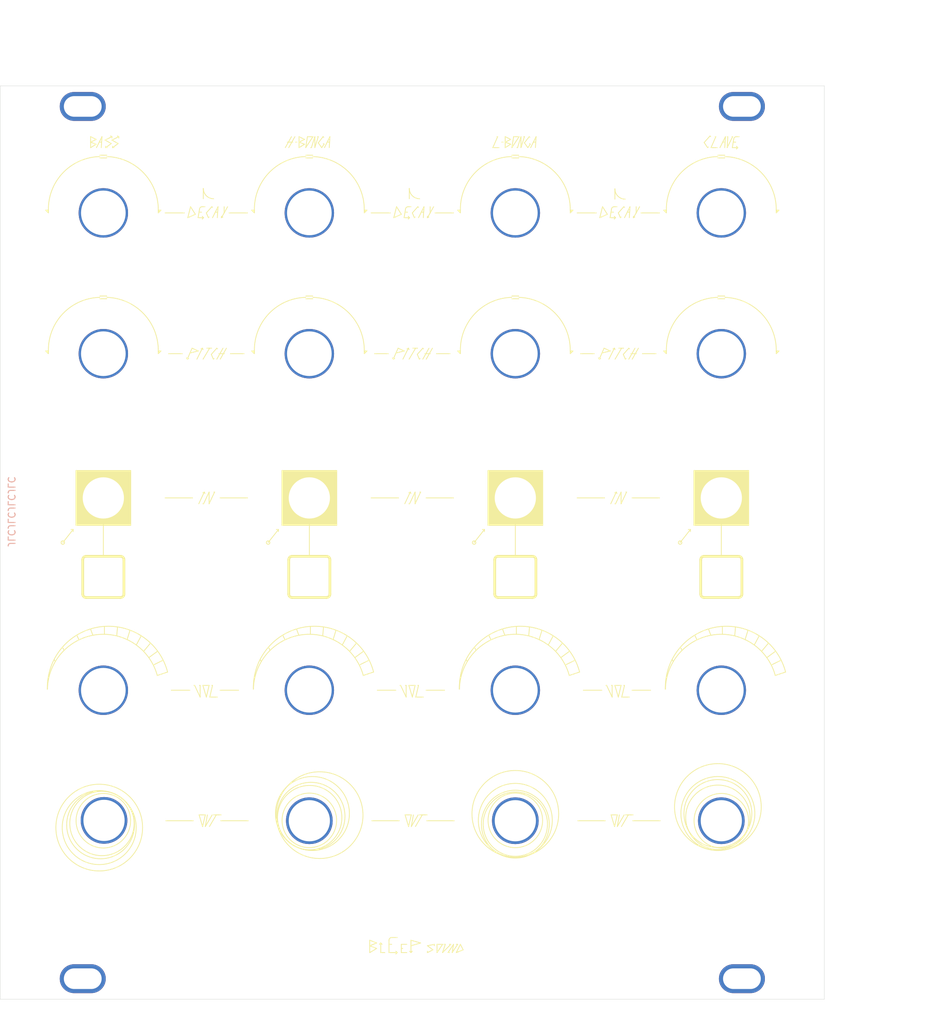
<source format=kicad_pcb>
(kicad_pcb (version 20211014) (generator pcbnew)
  (layers (0 "F.Cu" signal) (31 "B.Cu" signal) (34 "B.Paste" user) (35 "F.Paste" user) (36 "B.SilkS" user "B.Silkscreen") (37 "F.SilkS" user "F.Silkscreen") (38 "B.Mask" user) (39 "F.Mask" user) (44 "Edge.Cuts" user))
  (net 0 "")
  (footprint "" (layer "F.Cu") (at 97.1 156.2)
    (fp_text reference "" (at 0 0) (layer "F.SilkS") (effects (font (size 1.27 1.27))))
    (fp_text value "" (at 0 0) (layer "F.SilkS") (effects (font (size 1.27 1.27))))
    (pad "1" thru_hole oval locked (at 0 0) (size 6.7 4.2) (drill oval 5.5 3) (layers *.Cu *.Mask))
  )
  (footprint "Synth:Doepfer Mounting hole" (layer "F.Cu") (at 193.1 29.2)
    (fp_text reference "REF**" hide)
    (fp_text value "Doepfer Mounting hole")
    (pad "1" thru_hole oval locked (at 0 0) (size 6.7 4.2) (drill oval 5.5 3) (layers *.Cu *.Mask))
  )
  (footprint "Synth:Doepfer Mounting hole" (layer "F.Cu") (at 97.1 29.2)
    (fp_text reference "REF**" hide)
    (fp_text value "Doepfer Mounting hole")
    (pad "1" thru_hole oval locked (at 0 0) (size 6.7 4.2) (drill oval 5.5 3) (layers *.Cu *.Mask))
  )
  (footprint "" (layer "F.Cu") (at 193.1 156.2)
    (fp_text reference "" (at 0 0) (layer "F.SilkS") (effects (font (size 1.27 1.27))))
    (fp_text value "" (at 0 0) (layer "F.SilkS") (effects (font (size 1.27 1.27))))
    (pad "1" thru_hole oval locked (at 0 0) (size 6.7 4.2) (drill oval 5.5 3) (layers *.Cu *.Mask))
  )
  (gr_line (start 130.1 89.45) (end 130.1 94.7) (layer "F.SilkS") (width 0.12))
  (gr_line (start 100.1 89.45) (end 100.1 94.7) (layer "F.SilkS") (width 0.12))
  (gr_poly (pts (xy 126.1 82.2) (xy 134.1 82.2) (xy 134.1 90.2) (xy 126.1 90.2)) (layer "F.SilkS") (width 0.1) (fill solid))
  (gr_circle (center 99.9 133.6) (end 102.9 137.2) (layer "F.SilkS") (width 0.12) (fill none))
  (gr_circle (center 100.1 133.2) (end 102.7 136.2) (layer "F.SilkS") (width 0.12) (fill none))
  (gr_circle (center 99.5 134.2) (end 101.5 139.2) (layer "F.SilkS") (width 0.12) (fill none))
  (gr_circle (center 99.7 133.8) (end 101.5 138.4) (layer "F.SilkS") (width 0.12) (fill none))
  (gr_circle (center 130.55 132.15) (end 128.55 127.15) (layer "F.SilkS") (width 0.12) (fill none))
  (gr_circle (center 130.35 132.55) (end 128.55 127.95) (layer "F.SilkS") (width 0.12) (fill none))
  (gr_circle (center 130.15 132.75) (end 127.15 129.15) (layer "F.SilkS") (width 0.12) (fill none))
  (gr_circle (center 130.1 133.15) (end 127.5 130.15) (layer "F.SilkS") (width 0.12) (fill none))
  (gr_circle (center 124.1 92.7) (end 124.1 92.45) (layer "F.SilkS") (width 0.12) (fill none))
  (gr_line (start 124.1 92.7) (end 125.6 90.8) (layer "F.SilkS") (width 0.12))
  (gr_line (start 125.6 90.8) (end 125.3 90.8) (layer "F.SilkS") (width 0.12))
  (gr_line (start 125.6 90.8) (end 125.6 91.1) (layer "F.SilkS") (width 0.12))
  (gr_line (start 141.7 152.4) (end 142.9 152.4) (layer "F.SilkS") (width 0.12))
  (gr_line (start 158.625 35.2) (end 159.425 34.7) (layer "F.SilkS") (width 0.12))
  (gr_line (start 197.396174 110.519395) (end 198.756174 109.849395) (layer "F.SilkS") (width 0.12))
  (gr_line (start 127.6 94.7) (end 132.6 94.7) (layer "F.SilkS") (width 0.4))
  (gr_line (start 98.556174 106.149395) (end 98.256174 105.349395) (layer "F.SilkS") (width 0.12))
  (gr_line (start 117.3 45.4) (end 117.5 45.3) (layer "F.SilkS") (width 0.12))
  (gr_line (start 135.956174 108.549395) (end 136.956174 107.349395) (layer "F.SilkS") (width 0.12))
  (gr_poly (pts (xy 121.7 64.8) (xy 122.1 64.8) (xy 122.1 65.2)) (layer "F.SilkS") (width 0.12) (fill solid))
  (gr_line (start 146 113.5) (end 145.9 113.5) (layer "F.SilkS") (width 0.12))
  (gr_line (start 159.425 34) (end 158.625 33.6) (layer "F.SilkS") (width 0.12))
  (gr_poly (pts (xy 168.1 44.7) (xy 168.1 44.3) (xy 168.5 44.3)) (layer "F.SilkS") (width 0.12) (fill solid))
  (gr_line (start 128.6 34.4) (end 129.4 34) (layer "F.SilkS") (width 0.12))
  (gr_arc (start 100.6 57) (mid 105.950137 59.361407) (end 108.1 64.8) (layer "F.SilkS") (width 0.12))
  (gr_line (start 116 113.5) (end 115.9 113.5) (layer "F.SilkS") (width 0.12))
  (gr_line (start 144.8 85.35) (end 144.9 85.55) (layer "F.SilkS") (width 0.12))
  (gr_arc (start 187.1 95.2) (mid 187.246447 94.846447) (end 187.6 94.7) (layer "F.SilkS") (width 0.4))
  (gr_arc (start 181.956174 114.049395) (mid 189.08971 106.11768) (end 197.956174 112.049395) (layer "F.SilkS") (width 0.12))
  (gr_line (start 159.6 56.8) (end 160.6 56.8) (layer "F.SilkS") (width 0.12))
  (gr_circle (center 189.6 132.15) (end 187.8 127.55) (layer "F.SilkS") (width 0.12) (fill none))
  (gr_line (start 100.45 35.2) (end 100.65 35.2) (layer "F.SilkS") (width 0.12))
  (gr_line (start 162.125 33.6) (end 162.225 33.7) (layer "F.SilkS") (width 0.12))
  (gr_line (start 177.1 86.2) (end 181.1 86.2) (layer "F.SilkS") (width 0.12))
  (gr_line (start 176.125 66) (end 176.225 65.9) (layer "F.SilkS") (width 0.12))
  (gr_line (start 160.256174 106.049395) (end 160.256174 104.949395) (layer "F.SilkS") (width 0.12))
  (gr_line (start 144.5 43.8) (end 144.9 43.8) (layer "F.SilkS") (width 0.12))
  (gr_line (start 174.8 85.35) (end 174.6 85.45) (layer "F.SilkS") (width 0.12))
  (gr_line (start 147.3 152.4) (end 147.3 152.2) (layer "F.SilkS") (width 0.12))
  (gr_line (start 160.65 33.6) (end 159.6 35.2) (layer "F.SilkS") (width 0.12))
  (gr_line (start 154.156174 107.949395) (end 154.356174 108.349395) (layer "F.SilkS") (width 0.12))
  (gr_line (start 114.95 134.05) (end 115.95 132.35) (layer "F.SilkS") (width 0.12))
  (gr_line (start 114.66066 42.63934) (end 114.66066 41.13934) (layer "F.SilkS") (width 0.12))
  (gr_line (start 184.156174 107.949395) (end 184.356174 108.349395) (layer "F.SilkS") (width 0.12))
  (gr_line (start 116.925 65.2) (end 117.725 65.2) (layer "F.SilkS") (width 0.12))
  (gr_line (start 172.525 65.9) (end 172.325 66) (layer "F.SilkS") (width 0.12))
  (gr_poly (pts (xy 108.1 65.2) (xy 108.1 64.8) (xy 108.5 64.8)) (layer "F.SilkS") (width 0.12) (fill solid))
  (gr_line (start 172.7 114.2) (end 170 114.2) (layer "F.SilkS") (width 0.12))
  (gr_line (start 152.956174 109.749395) (end 153.056174 109.949395) (layer "F.SilkS") (width 0.12))
  (gr_line (start 162.125 33.6) (end 161.425 34.5) (layer "F.SilkS") (width 0.12))
  (gr_arc (start 152.1 44.3) (mid 154.234567 38.846699) (end 159.6 36.5) (layer "F.SilkS") (width 0.12))
  (gr_line (start 169.456174 111.549395) (end 167.956174 112.049395) (layer "F.SilkS") (width 0.12))
  (gr_line (start 174.7 45.4) (end 174.5 45.6) (layer "F.SilkS") (width 0.12))
  (gr_line (start 144.1 44.6) (end 144.4 44.6) (layer "F.SilkS") (width 0.12))
  (gr_line (start 128.6 33.6) (end 128.6 35.2) (layer "F.SilkS") (width 0.12))
  (gr_line (start 175.5 113.5) (end 175.1 115.2) (layer "F.SilkS") (width 0.12))
  (gr_line (start 143.025 64.4) (end 142.325 66) (layer "F.SilkS") (width 0.12))
  (gr_line (start 115.5 85.35) (end 115.5 87.05) (layer "F.SilkS") (width 0.12))
  (gr_arc (start 97.1 95.2) (mid 97.246447 94.846447) (end 97.6 94.7) (layer "F.SilkS") (width 0.4))
  (gr_arc (start 162.6 94.7) (mid 162.953553 94.846447) (end 163.1 95.2) (layer "F.SilkS") (width 0.4))
  (gr_line (start 174 87.05) (end 174.8 85.35) (layer "F.SilkS") (width 0.12))
  (gr_line (start 163.1 95.2) (end 163.1 100.2) (layer "F.SilkS") (width 0.4))
  (gr_line (start 188.1 35.2) (end 188.2 35.1) (layer "F.SilkS") (width 0.12))
  (gr_line (start 114.8 85.35) (end 114.6 85.45) (layer "F.SilkS") (width 0.12))
  (gr_line (start 174.6 113.5) (end 175.5 113.5) (layer "F.SilkS") (width 0.12))
  (gr_line (start 116.3 85.35) (end 116.2 85.35) (layer "F.SilkS") (width 0.12))
  (gr_line (start 158.125 34.4) (end 158.325 34.4) (layer "F.SilkS") (width 0.12))
  (gr_line (start 145.825 65.3) (end 146.125 66) (layer "F.SilkS") (width 0.12))
  (gr_arc (start 191.9 34) (mid 192.017157 33.717157) (end 192.3 33.6) (layer "F.SilkS") (width 0.12))
  (gr_line (start 176 113.5) (end 175.6 115.2) (layer "F.SilkS") (width 0.12))
  (gr_line (start 189.6 57.2) (end 190.6 57.2) (layer "F.SilkS") (width 0.12))
  (gr_line (start 130.9 33.6) (end 130.4 35.2) (layer "F.SilkS") (width 0.12))
  (gr_line (start 163.025 34.4) (end 162.725 34.4) (layer "F.SilkS") (width 0.12))
  (gr_line (start 140.5 151) (end 140.3 151.2) (layer "F.SilkS") (width 0.12))
  (gr_line (start 190.7 33.6) (end 190.6 35.2) (layer "F.SilkS") (width 0.12))
  (gr_arc (start 176.1 42.7) (mid 175.03934 42.26066) (end 174.6 41.2) (layer "F.SilkS") (width 0.12))
  (gr_line (start 130.625 33.6) (end 129.575 35.2) (layer "F.SilkS") (width 0.12))
  (gr_line (start 158.556174 106.149395) (end 158.256174 105.349395) (layer "F.SilkS") (width 0.12))
  (gr_line (start 144.525 64.4) (end 144.325 64.5) (layer "F.SilkS") (width 0.12))
  (gr_line (start 146.625 64.4) (end 145.825 65.3) (layer "F.SilkS") (width 0.12))
  (gr_line (start 116.625 64.4) (end 115.825 65.3) (layer "F.SilkS") (width 0.12))
  (gr_line (start 114.525 64.4) (end 114.325 64.5) (layer "F.SilkS") (width 0.12))
  (gr_line (start 147.1 86.2) (end 151.1 86.2) (layer "F.SilkS") (width 0.12))
  (gr_poly (pts (xy 181.7 44.3) (xy 182.1 44.3) (xy 182.1 44.7)) (layer "F.SilkS") (width 0.12) (fill solid))
  (gr_poly (pts (xy 151.7 64.8) (xy 152.1 64.8) (xy 152.1 65.2)) (layer "F.SilkS") (width 0.12) (fill solid))
  (gr_line (start 176.625 64.4) (end 176.725 64.5) (layer "F.SilkS") (width 0.12))
  (gr_line (start 176.85 132.35) (end 177.25 132.35) (layer "F.SilkS") (width 0.12))
  (gr_line (start 175.4 45.4) (end 175.5 45.3) (layer "F.SilkS") (width 0.12))
  (gr_circle (center 160.1 133.15) (end 158.1 128.15) (layer "F.SilkS") (width 0.12) (fill none))
  (gr_line (start 157.6 94.7) (end 162.6 94.7) (layer "F.SilkS") (width 0.4))
  (gr_line (start 130.4 35.2) (end 130.3 35.2) (layer "F.SilkS") (width 0.12))
  (gr_line (start 199.456174 111.549395) (end 197.956174 112.049395) (layer "F.SilkS") (width 0.12))
  (gr_poly (pts (xy 91.7 44.3) (xy 92.1 44.3) (xy 92.1 44.7)) (layer "F.SilkS") (width 0.12) (fill solid))
  (gr_line (start 113.1 86.2) (end 109.1 86.2) (layer "F.SilkS") (width 0.12))
  (gr_line (start 178.6 65.2) (end 180.6 65.2) (layer "F.SilkS") (width 0.12))
  (gr_line (start 140.5 152.4) (end 141.1 152.4) (layer "F.SilkS") (width 0.12))
  (gr_line (start 173.4 113.5) (end 174.2 115.2) (layer "F.SilkS") (width 0.12))
  (gr_line (start 116.8 43.8) (end 116 45.4) (layer "F.SilkS") (width 0.12))
  (gr_line (start 143.5 44.9) (end 142.8 43.8) (layer "F.SilkS") (width 0.12))
  (gr_arc (start 182.1 44.3) (mid 184.234567 38.846699) (end 189.6 36.5) (layer "F.SilkS") (width 0.12))
  (gr_line (start 137.396174 110.519395) (end 138.756174 109.849395) (layer "F.SilkS") (width 0.12))
  (gr_line (start 186.556174 106.849395) (end 186.256174 106.249395) (layer "F.SilkS") (width 0.12))
  (gr_line (start 172.8 43.8) (end 172.4 45.4) (layer "F.SilkS") (width 0.12))
  (gr_line (start 166.726174 109.449395) (end 167.956174 108.549395) (layer "F.SilkS") (width 0.12))
  (gr_line (start 138.9 151.4) (end 139.9 151) (layer "F.SilkS") (width 0.12))
  (gr_line (start 147.2 133.2) (end 151.2 133.2) (layer "F.SilkS") (width 0.12))
  (gr_line (start 194.906174 107.599395) (end 195.606174 106.299395) (layer "F.SilkS") (width 0.12))
  (gr_line (start 187.6 94.7) (end 192.6 94.7) (layer "F.SilkS") (width 0.4))
  (gr_line (start 144.7 45.4) (end 144.5 45.6) (layer "F.SilkS") (width 0.12))
  (gr_line (start 161.425 34.5) (end 161.925 35.2) (layer "F.SilkS") (width 0.12))
  (gr_line (start 147.7 44.7) (end 147.7 43.8) (layer "F.SilkS") (width 0.12))
  (gr_line (start 114.6 113.5) (end 115.5 113.5) (layer "F.SilkS") (width 0.12))
  (gr_line (start 149.5 151.2) (end 148.7 151.2) (layer "F.SilkS") (width 0.12))
  (gr_arc (start 141.7 150.6) (mid 141.817157 150.317157) (end 142.1 150.2) (layer "F.SilkS") (width 0.12))
  (gr_line (start 176.15 132.35) (end 176.85 132.35) (layer "F.SilkS") (width 0.12))
  (gr_line (start 187.6 34.45) (end 188.1 35.2) (layer "F.SilkS") (width 0.12))
  (gr_line (start 133.556174 106.849395) (end 133.956174 105.549395) (layer "F.SilkS") (width 0.12))
  (gr_line (start 148.7 152.4) (end 149.5 151.2) (layer "F.SilkS") (width 0.12))
  (gr_line (start 167.396174 110.519395) (end 168.756174 109.849395) (layer "F.SilkS") (width 0.12))
  (gr_line (start 143.025 64.4) (end 143.925 64.8) (layer "F.SilkS") (width 0.12))
  (gr_line (start 152.1 151.2) (end 151.5 152.4) (layer "F.SilkS") (width 0.12))
  (gr_line (start 112.525 65.9) (end 112.325 66) (layer "F.SilkS") (width 0.12))
  (gr_arc (start 190.6 57) (mid 195.950137 59.361407) (end 198.1 64.8) (layer "F.SilkS") (width 0.12))
  (gr_line (start 99.9 33.6) (end 99.8 35.2) (layer "F.SilkS") (width 0.12))
  (gr_line (start 115.9 43.8) (end 116 43.9) (layer "F.SilkS") (width 0.12))
  (gr_line (start 131.4 33.6) (end 130.9 35.2) (layer "F.SilkS") (width 0.12))
  (gr_line (start 169.1 44.7) (end 171.9 44.7) (layer "F.SilkS") (width 0.12))
  (gr_line (start 115.575 64.4) (end 114.625 66) (layer "F.SilkS") (width 0.12))
  (gr_line (start 133 34.4) (end 132.7 34.4) (layer "F.SilkS") (width 0.12))
  (gr_line (start 164.906174 107.599395) (end 165.606174 106.299395) (layer "F.SilkS") (width 0.12))
  (gr_line (start 146.85 132.35) (end 147.25 132.35) (layer "F.SilkS") (width 0.12))
  (gr_line (start 143.725 66) (end 144.525 64.4) (layer "F.SilkS") (width 0.12))
  (gr_line (start 191.9 34) (end 191.7 35.2) (layer "F.SilkS") (width 0.12))
  (gr_line (start 138.9 152.4) (end 139.9 151.8) (layer "F.SilkS") (width 0.12))
  (gr_line (start 190.6 34.4) (end 190.3 34.4) (layer "F.SilkS") (width 0.12))
  (gr_line (start 145.9 43.8) (end 145.1 44.7) (layer "F.SilkS") (width 0.12))
  (gr_line (start 150.7 151.2) (end 150.5 151.2) (layer "F.SilkS") (width 0.12))
  (gr_line (start 115.5 87.05) (end 116.3 85.35) (layer "F.SilkS") (width 0.12))
  (gr_line (start 114.95 132.35) (end 114.55 134.05) (layer "F.SilkS") (width 0.12))
  (gr_arc (start 174.1 44.2) (mid 174.217157 43.917157) (end 174.5 43.8) (layer "F.SilkS") (width 0.12))
  (gr_line (start 114.7 45.4) (end 114.5 45.2) (layer "F.SilkS") (width 0.12))
  (gr_line (start 127.5 33.6) (end 126.6 35.2) (layer "F.SilkS") (width 0.12))
  (gr_line (start 128 33.6) (end 127.1 35.2) (layer "F.SilkS") (width 0.12))
  (gr_arc (start 181.956174 114.049395) (mid 189.588178 104.973422) (end 199.456174 111.549395) (layer "F.SilkS") (width 0.12))
  (gr_line (start 144.9 150.6) (end 144.9 152.4) (layer "F.SilkS") (width 0.12))
  (gr_line (start 192.3 33.6) (end 192.7 33.6) (layer "F.SilkS") (width 0.12))
  (gr_arc (start 190.6 36.5) (mid 195.950137 38.861407) (end 198.1 44.3) (layer "F.SilkS") (width 0.12))
  (gr_line (start 175.825 65.3) (end 176.125 66) (layer "F.SilkS") (width 0.12))
  (gr_line (start 99.05 34) (end 98.25 33.6) (layer "F.SilkS") (width 0.12))
  (gr_line (start 146.8 43.8) (end 146 45.4) (layer "F.SilkS") (width 0.12))
  (gr_line (start 143.1 86.2) (end 139.1 86.2) (layer "F.SilkS") (width 0.12))
  (gr_line (start 193.1 95.2) (end 193.1 100.2) (layer "F.SilkS") (width 0.4))
  (gr_line (start 142.525 65.9) (end 142.325 66) (layer "F.SilkS") (width 0.12))
  (gr_line (start 178.025 64.4) (end 177.125 66) (layer "F.SilkS") (width 0.12))
  (gr_poly (pts (xy 138.1 44.7) (xy 138.1 44.3) (xy 138.5 44.3)) (layer "F.SilkS") (width 0.12) (fill solid))
  (gr_line (start 97.6 94.7) (end 102.6 94.7) (layer "F.SilkS") (width 0.4))
  (gr_line (start 177.2 133.2) (end 181.2 133.2) (layer "F.SilkS") (width 0.12))
  (gr_line (start 175.9 43.8) (end 176 43.9) (layer "F.SilkS") (width 0.12))
  (gr_line (start 116.7 44.6) (end 116.4 44.6) (layer "F.SilkS") (width 0.12))
  (gr_line (start 129.6 56.8) (end 130.6 56.8) (layer "F.SilkS") (width 0.12))
  (gr_line (start 175.1 115.2) (end 174.6 113.5) (layer "F.SilkS") (width 0.12))
  (gr_line (start 100.45 35.2) (end 100.45 35) (layer "F.SilkS") (width 0.12))
  (gr_line (start 141.7 151.2) (end 142.1 151.2) (layer "F.SilkS") (width 0.12))
  (gr_line (start 143.5 151.2) (end 143.5 152.4) (layer "F.SilkS") (width 0.12))
  (gr_line (start 172.325 66) (end 172.225 65.8) (layer "F.SilkS") (width 0.12))
  (gr_line (start 162.175 34.6) (end 162.275 34.7) (layer "F.SilkS") (width 0.12))
  (gr_line (start 124.156174 107.949395) (end 124.356174 108.349395) (layer "F.SilkS") (width 0.12))
  (gr_line (start 148.3 151.2) (end 147.3 151.4) (layer "F.SilkS") (width 0.12))
  (gr_line (start 117.7 44.7) (end 118.2 43.8) (layer "F.SilkS") (width 0.12))
  (gr_arc (start 91.956174 114.049395) (mid 99.588178 104.973422) (end 109.456174 111.549395) (layer "F.SilkS") (width 0.12))
  (gr_line (start 114.55 134.05) (end 114.05 132.35) (layer "F.SilkS") (width 0.12))
  (gr_line (start 143.2 133.2) (end 139.2 133.2) (layer "F.SilkS") (width 0.12))
  (gr_line (start 174.2 115.2) (end 174.2 113.5) (layer "F.SilkS") (width 0.12))
  (gr_line (start 113.4 113.5) (end 114.2 115.2) (layer "F.SilkS") (width 0.12))
  (gr_line (start 155.6 90.8) (end 155.3 90.8) (layer "F.SilkS") (width 0.12))
  (gr_line (start 188.45 33.5) (end 188.55 33.6) (layer "F.SilkS") (width 0.12))
  (gr_line (start 143.5 151.8) (end 143.7 151.8) (layer "F.SilkS") (width 0.12))
  (gr_line (start 192.5 35.2) (end 192.3 35.4) (layer "F.SilkS") (width 0.12))
  (gr_line (start 174.525 64.4) (end 174.325 64.5) (layer "F.SilkS") (width 0.12))
  (gr_circle (center 189.6 132.7) (end 186.6 129.1) (layer "F.SilkS") (width 0.12) (fill none))
  (gr_line (start 175.1 44.7) (end 175.4 45.4) (layer "F.SilkS") (width 0.12))
  (gr_line (start 116.55 132.35) (end 115.55 134.05) (layer "F.SilkS") (width 0.12))
  (gr_arc (start 187.6 100.7) (mid 187.246447 100.553553) (end 187.1 100.2) (layer "F.SilkS") (width 0.4))
  (gr_line (start 128.556174 106.149395) (end 128.256174 105.349395) (layer "F.SilkS") (width 0.12))
  (gr_line (start 149.9 151.2) (end 149.7 151.2) (layer "F.SilkS") (width 0.12))
  (gr_line (start 129.575 35.2) (end 129.825 33.6) (layer "F.SilkS") (width 0.12))
  (gr_line (start 114.2 113.5) (end 114.1 113.5) (layer "F.SilkS") (width 0.12))
  (gr_arc (start 193.1 100.2) (mid 192.953553 100.553553) (end 192.6 100.7) (layer "F.SilkS") (width 0.4))
  (gr_arc (start 121.956174 114.049395) (mid 129.08971 106.11768) (end 137.956174 112.049395) (layer "F.SilkS") (width 0.12))
  (gr_line (start 114.7 87.05) (end 114.6 87.05) (layer "F.SilkS") (width 0.12))
  (gr_line (start 144.05 132.35) (end 144.95 132.35) (layer "F.SilkS") (width 0.12))
  (gr_line (start 122.956174 109.749395) (end 123.056174 109.949395) (layer "F.SilkS") (width 0.12))
  (gr_line (start 145.1 44.7) (end 145.4 45.4) (layer "F.SilkS") (width 0.12))
  (gr_line (start 174.5 43.8) (end 174.9 43.8) (layer "F.SilkS") (width 0.12))
  (gr_line (start 159.6 36.3) (end 160.6 36.3) (layer "F.SilkS") (width 0.12))
  (gr_line (start 109.1 44.7) (end 111.9 44.7) (layer "F.SilkS") (width 0.12))
  (gr_line (start 144.2 113.5) (end 144.1 113.5) (layer "F.SilkS") (width 0.12))
  (gr_line (start 144.95 132.35) (end 144.55 134.05) (layer "F.SilkS") (width 0.12))
  (gr_line (start 190.7 33.6) (end 189.9 35.2) (layer "F.SilkS") (width 0.12))
  (gr_line (start 116.125 66) (end 116.225 65.9) (layer "F.SilkS") (width 0.12))
  (gr_line (start 154.1 92.7) (end 155.6 90.8) (layer "F.SilkS") (width 0.12))
  (gr_line (start 144.7 152.2) (end 144.9 152.4) (layer "F.SilkS") (width 0.12))
  (gr_line (start 132.1 33.6) (end 132.2 33.7) (layer "F.SilkS") (width 0.12))
  (gr_line (start 144.9 152.4) (end 144.9 152.2) (layer "F.SilkS") (width 0.12))
  (gr_line (start 144.7 87.05) (end 144.6 87.05) (layer "F.SilkS") (width 0.12))
  (gr_poly (pts (xy 91.7 64.8) (xy 92.1 64.8) (xy 92.1 65.2)) (layer "F.SilkS") (width 0.12) (fill solid))
  (gr_line (start 98.25 35.2) (end 99.05 34.7) (layer "F.SilkS") (width 0.12))
  (gr_line (start 116.85 132.35) (end 117.25 132.35) (layer "F.SilkS") (width 0.12))
  (gr_line (start 99.6 36.3) (end 100.6 36.3) (layer "F.SilkS") (width 0.12))
  (gr_line (start 146.7 44.6) (end 146.4 44.6) (layer "F.SilkS") (width 0.12))
  (gr_line (start 129.4 34.7) (end 128.6 34.4) (layer "F.SilkS") (width 0.12))
  (gr_line (start 101.45 35.2) (end 101.65 35.2) (layer "F.SilkS") (width 0.12))
  (gr_line (start 160.925 33.6) (end 160.925 35.2) (layer "F.SilkS") (width 0.12))
  (gr_line (start 177.3 45.4) (end 177.3 45.2) (layer "F.SilkS") (width 0.12))
  (gr_line (start 188.6 35.2) (end 189.5 35.2) (layer "F.SilkS") (width 0.12))
  (gr_line (start 99.6 36.7) (end 100.6 36.7) (layer "F.SilkS") (width 0.12))
  (gr_arc (start 133.1 100.2) (mid 132.953553 100.553553) (end 132.6 100.7) (layer "F.SilkS") (width 0.4))
  (gr_line (start 175.6 115.2) (end 176.7 115.2) (layer "F.SilkS") (width 0.12))
  (gr_line (start 109.456174 111.549395) (end 107.956174 112.049395) (layer "F.SilkS") (width 0.12))
  (gr_line (start 112.7 114.2) (end 110 114.2) (layer "F.SilkS") (width 0.12))
  (gr_line (start 117.7 44.7) (end 117.3 45.4) (layer "F.SilkS") (width 0.12))
  (gr_line (start 132.15 34.6) (end 132.25 34.7) (layer "F.SilkS") (width 0.12))
  (gr_poly (pts (xy 138.1 65.2) (xy 138.1 64.8) (xy 138.5 64.8)) (layer "F.SilkS") (width 0.12) (fill solid))
  (gr_line (start 115.175 64.4) (end 115.875 64.4) (layer "F.SilkS") (width 0.12))
  (gr_line (start 115.825 65.3) (end 116.125 66) (layer "F.SilkS") (width 0.12))
  (gr_line (start 151.7 151.2) (end 151.5 151.2) (layer "F.SilkS") (width 0.12))
  (gr_line (start 191.75 33.6) (end 191.65 33.6) (layer "F.SilkS") (width 0.12))
  (gr_line (start 144.8 85.35) (end 144.6 85.45) (layer "F.SilkS") (width 0.12))
  (gr_line (start 175.175 64.4) (end 175.875 64.4) (layer "F.SilkS") (width 0.12))
  (gr_line (start 139.1 44.7) (end 141.9 44.7) (layer "F.SilkS") (width 0.12))
  (gr_line (start 196.726174 109.449395) (end 197.956174 108.549395) (layer "F.SilkS") (width 0.12))
  (gr_line (start 145.1 115.2) (end 144.6 113.5) (layer "F.SilkS") (width 0.12))
  (gr_line (start 129.825 33.6) (end 130.625 33.6) (layer "F.SilkS") (width 0.12))
  (gr_line (start 163.556174 106.849395) (end 163.956174 105.549395) (layer "F.SilkS") (width 0.12))
  (gr_circle (center 99.5 134.2) (end 102.6 139.7) (layer "F.SilkS") (width 0.12) (fill none))
  (gr_arc (start 127.6 100.7) (mid 127.246447 100.553553) (end 127.1 100.2) (layer "F.SilkS") (width 0.4))
  (gr_arc (start 152.1 64.8) (mid 154.234567 59.346699) (end 159.6 57) (layer "F.SilkS") (width 0.12))
  (gr_line (start 161.425 33.6) (end 161.325 33.6) (layer "F.SilkS") (width 0.12))
  (gr_line (start 142.4 45.4) (end 143.5 44.9) (layer "F.SilkS") (width 0.12))
  (gr_line (start 140.5 151) (end 140.5 152.4) (layer "F.SilkS") (width 0.12))
  (gr_line (start 175.5 85.35) (end 175.5 87.05) (layer "F.SilkS") (width 0.12))
  (gr_line (start 142.7 114.2) (end 140 114.2) (layer "F.SilkS") (width 0.12))
  (gr_line (start 116.625 64.4) (end 116.725 64.5) (layer "F.SilkS") (width 0.12))
  (gr_line (start 96.556174 106.849395) (end 96.256174 106.249395) (layer "F.SilkS") (width 0.12))
  (gr_line (start 169.6 65.2) (end 171.6 65.2) (layer "F.SilkS") (width 0.12))
  (gr_line (start 174.7 87.05) (end 175.5 85.35) (layer "F.SilkS") (width 0.12))
  (gr_line (start 190.1 89.45) (end 190.1 94.7) (layer "F.SilkS") (width 0.12))
  (gr_line (start 101.35 33.6) (end 101.15 33.5) (layer "F.SilkS") (width 0.12))
  (gr_line (start 174.95 132.35) (end 174.55 134.05) (layer "F.SilkS") (width 0.12))
  (gr_arc (start 92.1 44.3) (mid 94.234567 38.846699) (end 99.6 36.5) (layer "F.SilkS") (width 0.12))
  (gr_line (start 101.35 34.1) (end 102.25 34.6) (layer "F.SilkS") (width 0.12))
  (gr_line (start 145.25 132.35) (end 144.95 134.05) (layer "F.SilkS") (width 0.12))
  (gr_line (start 149.9 151.2) (end 149.5 152.4) (layer "F.SilkS") (width 0.12))
  (gr_poly (pts (xy 198.1 44.7) (xy 198.1 44.3) (xy 198.5 44.3)) (layer "F.SilkS") (width 0.12) (fill solid))
  (gr_line (start 160.925 33.6) (end 160.425 35.2) (layer "F.SilkS") (width 0.12))
  (gr_line (start 103.1 95.2) (end 103.1 100.2) (layer "F.SilkS") (width 0.4))
  (gr_line (start 147.3 151.4) (end 148.1 152) (layer "F.SilkS") (width 0.12))
  (gr_line (start 113.2 133.2) (end 109.2 133.2) (layer "F.SilkS") (width 0.12))
  (gr_line (start 191.05 33.6) (end 190.95 35.2) (layer "F.SilkS") (width 0.12))
  (gr_line (start 161.925 35.2) (end 162.275 34.7) (layer "F.SilkS") (width 0.12))
  (gr_line (start 114.7 87.05) (end 115.5 85.35) (layer "F.SilkS") (width 0.12))
  (gr_line (start 156.825 35.2) (end 157.725 35.2) (layer "F.SilkS") (width 0.12))
  (gr_circle (center 189.6 132.15) (end 187.6 127.15) (layer "F.SilkS") (width 0.12) (fill none))
  (gr_arc (start 163.1 100.2) (mid 162.953553 100.553553) (end 162.6 100.7) (layer "F.SilkS") (width 0.4))
  (gr_line (start 162.6 100.7) (end 157.6 100.7) (layer "F.SilkS") (width 0.4))
  (gr_line (start 134.906174 107.599395) (end 135.606174 106.299395) (layer "F.SilkS") (width 0.12))
  (gr_line (start 95.7 90.8) (end 95.4 90.8) (layer "F.SilkS") (width 0.12))
  (gr_line (start 126.556174 106.849395) (end 126.256174 106.249395) (layer "F.SilkS") (width 0.12))
  (gr_line (start 102.25 34.6) (end 101.45 35.2) (layer "F.SilkS") (width 0.12))
  (gr_line (start 105.956174 108.549395) (end 106.956174 107.349395) (layer "F.SilkS") (width 0.12))
  (gr_line (start 191.05 33.6) (end 190.95 33.6) (layer "F.SilkS") (width 0.12))
  (gr_line (start 175.25 132.35) (end 174.95 134.05) (layer "F.SilkS") (width 0.12))
  (gr_line (start 115.6 115.2) (end 116.7 115.2) (layer "F.SilkS") (width 0.12))
  (gr_line (start 174.95 134.05) (end 175.95 132.35) (layer "F.SilkS") (width 0.12))
  (gr_arc (start 103.1 100.2) (mid 102.953553 100.553553) (end 102.6 100.7) (layer "F.SilkS") (width 0.4))
  (gr_line (start 148.1 152) (end 147.3 152.4) (layer "F.SilkS") (width 0.12))
  (gr_line (start 189.6 36.7) (end 190.6 36.7) (layer "F.SilkS") (width 0.12))
  (gr_line (start 115.4 45.4) (end 115.5 45.3) (layer "F.SilkS") (width 0.12))
  (gr_line (start 145.175 64.4) (end 145.875 64.4) (layer "F.SilkS") (width 0.12))
  (gr_line (start 147.3 45.4) (end 147.5 45.3) (layer "F.SilkS") (width 0.12))
  (gr_line (start 92.956174 109.749395) (end 93.056174 109.949395) (layer "F.SilkS") (width 0.12))
  (gr_arc (start 92.1 64.8) (mid 94.234567 59.346699) (end 99.6 57) (layer "F.SilkS") (width 0.12))
  (gr_line (start 131.4 33.6) (end 131.3 33.6) (layer "F.SilkS") (width 0.12))
  (gr_line (start 130.9 33.6) (end 130.9 35.2) (layer "F.SilkS") (width 0.12))
  (gr_line (start 144.55 134.05) (end 144.05 132.35) (layer "F.SilkS") (width 0.12))
  (gr_line (start 106.726174 109.449395) (end 107.956174 108.549395) (layer "F.SilkS") (width 0.12))
  (gr_line (start 117.525 64.4) (end 116.625 66) (layer "F.SilkS") (width 0.12))
  (gr_line (start 177.525 64.4) (end 176.625 66) (layer "F.SilkS") (width 0.12))
  (gr_line (start 113.025 64.4) (end 113.925 64.8) (layer "F.SilkS") (width 0.12))
  (gr_line (start 189.6 36.3) (end 190.6 36.3) (layer "F.SilkS") (width 0.12))
  (gr_poly (pts (xy 151.7 44.3) (xy 152.1 44.3) (xy 152.1 44.7)) (layer "F.SilkS") (width 0.12) (fill solid))
  (gr_line (start 99.8 34.4) (end 99.5 34.4) (layer "F.SilkS") (width 0.12))
  (gr_line (start 176.625 64.4) (end 175.825 65.3) (layer "F.SilkS") (width 0.12))
  (gr_line (start 146.8 43.8) (end 146.7 45.4) (layer "F.SilkS") (width 0.12))
  (gr_line (start 99.6 56.8) (end 100.6 56.8) (layer "F.SilkS") (width 0.12))
  (gr_line (start 160.425 35.2) (end 160.325 35.2) (layer "F.SilkS") (width 0.12))
  (gr_line (start 177.7 44.7) (end 177.3 45.4) (layer "F.SilkS") (width 0.12))
  (gr_line (start 139.9 151) (end 138.9 150.6) (layer "F.SilkS") (width 0.12))
  (gr_line (start 173.925 64.8) (end 172.725 65.1) (layer "F.SilkS") (width 0.12))
  (gr_line (start 115.1 44.7) (end 115.4 45.4) (layer "F.SilkS") (width 0.12))
  (gr_line (start 115.9 43.8) (end 115.1 44.7) (layer "F.SilkS") (width 0.12))
  (gr_arc (start 151.956174 114.049395) (mid 159.08971 106.11768) (end 167.956174 112.049395) (layer "F.SilkS") (width 0.12))
  (gr_line (start 147.7 44.7) (end 147.3 45.4) (layer "F.SilkS") (width 0.12))
  (gr_line (start 148.6 65.2) (end 150.6 65.2) (layer "F.SilkS") (width 0.12))
  (gr_line (start 139.9 151.8) (end 138.9 151.4) (layer "F.SilkS") (width 0.12))
  (gr_line (start 176.8 43.8) (end 176 45.4) (layer "F.SilkS") (width 0.12))
  (gr_line (start 192.056174 106.249395) (end 192.156174 105.049395) (layer "F.SilkS") (width 0.12))
  (gr_line (start 172.4 45.4) (end 173.5 44.9) (layer "F.SilkS") (width 0.12))
  (gr_line (start 146.15 132.35) (end 146.85 132.35) (layer "F.SilkS") (width 0.12))
  (gr_line (start 157.525 33.6) (end 156.825 35.2) (layer "F.SilkS") (width 0.12))
  (gr_line (start 150.3 152.4) (end 150.5 152.4) (layer "F.SilkS") (width 0.12))
  (gr_line (start 94.156174 107.949395) (end 94.356174 108.349395) (layer "F.SilkS") (width 0.12))
  (gr_line (start 159.425 34.7) (end 158.625 34.4) (layer "F.SilkS") (width 0.12))
  (gr_line (start 116.15 132.35) (end 116.85 132.35) (layer "F.SilkS") (width 0.12))
  (gr_line (start 144.6 113.5) (end 145.5 113.5) (layer "F.SilkS") (width 0.12))
  (gr_line (start 131.9 35.2) (end 132.25 34.7) (layer "F.SilkS") (width 0.12))
  (gr_arc (start 146.16066 42.63934) (mid 145.1 42.2) (end 144.66066 41.13934) (layer "F.SilkS") (width 0.12))
  (gr_line (start 114.525 64.4) (end 114.625 64.6) (layer "F.SilkS") (width 0.12))
  (gr_line (start 160.1 89.45) (end 160.1 94.7) (layer "F.SilkS") (width 0.12))
  (gr_line (start 189.3 33.6) (end 188.6 35.2) (layer "F.SilkS") (width 0.12))
  (gr_line (start 157.1 95.2) (end 157.1 100.2) (layer "F.SilkS") (width 0.4))
  (gr_arc (start 160.6 36.5) (mid 165.950137 38.861407) (end 168.1 44.3) (layer "F.SilkS") (width 0.12))
  (gr_poly (pts (xy 121.7 44.3) (xy 122.1 44.3) (xy 122.1 44.7)) (layer "F.SilkS") (width 0.12) (fill solid))
  (gr_line (start 173.1 86.2) (end 169.1 86.2) (layer "F.SilkS") (width 0.12))
  (gr_line (start 115.5 113.5) (end 115.1 115.2) (layer "F.SilkS") (width 0.12))
  (gr_line (start 102.35 33.6) (end 102.15 33.5) (layer "F.SilkS") (width 0.12))
  (gr_line (start 114 87.05) (end 114.8 85.35) (layer "F.SilkS") (width 0.12))
  (gr_line (start 143.4 113.5) (end 144.2 115.2) (layer "F.SilkS") (width 0.12))
  (gr_circle (center 160.1 133.15) (end 157.5 130.15) (layer "F.SilkS") (width 0.12) (fill none))
  (gr_line (start 175.575 64.4) (end 174.625 66) (layer "F.SilkS") (width 0.12))
  (gr_line (start 175.9 43.8) (end 175.1 44.7) (layer "F.SilkS") (width 0.12))
  (gr_line (start 102.056174 106.249395) (end 102.156174 105.049395) (layer "F.SilkS") (width 0.12))
  (gr_line (start 188.556174 106.149395) (end 188.256174 105.349395) (layer "F.SilkS") (width 0.12))
  (gr_line (start 148.025 64.4) (end 147.125 66) (layer "F.SilkS") (width 0.12))
  (gr_line (start 175.5 87.05) (end 176.3 85.35) (layer "F.SilkS") (width 0.12))
  (gr_line (start 145.4 45.4) (end 145.5 45.3) (layer "F.SilkS") (width 0.12))
  (gr_line (start 178.4 44.7) (end 181.1 44.7) (layer "F.SilkS") (width 0.12))
  (gr_line (start 146.55 132.35) (end 145.55 134.05) (layer "F.SilkS") (width 0.12))
  (gr_line (start 174.1 44.6) (end 174.4 44.6) (layer "F.SilkS") (width 0.12))
  (gr_line (start 173.025 64.4) (end 173.925 64.8) (layer "F.SilkS") (width 0.12))
  (gr_line (start 187.1 95.2) (end 187.1 100.2) (layer "F.SilkS") (width 0.4))
  (gr_line (start 114.05 132.35) (end 114.95 132.35) (layer "F.SilkS") (width 0.12))
  (gr_circle (center 160.1 133.7) (end 161.55 138.15) (layer "F.SilkS") (width 0.12) (fill none))
  (gr_line (start 139.6 65.2) (end 141.6 65.2) (layer "F.SilkS") (width 0.12))
  (gr_line (start 145.5 113.5) (end 145.1 115.2) (layer "F.SilkS") (width 0.12))
  (gr_line (start 173.725 66) (end 174.525 64.4) (layer "F.SilkS") (width 0.12))
  (gr_arc (start 97.6 100.7) (mid 97.246447 100.553553) (end 97.1 100.2) (layer "F.SilkS") (width 0.4))
  (gr_circle (center 190.1 133.2) (end 187.5 130.2) (layer "F.SilkS") (width 0.12) (fill none))
  (gr_line (start 129.6 36.3) (end 130.6 36.3) (layer "F.SilkS") (width 0.12))
  (gr_line (start 117.1 86.2) (end 121.1 86.2) (layer "F.SilkS") (width 0.12))
  (gr_line (start 143.925 64.8) (end 142.725 65.1) (layer "F.SilkS") (width 0.12))
  (gr_line (start 113.725 66) (end 114.525 64.4) (layer "F.SilkS") (width 0.12))
  (gr_line (start 188.45 33.5) (end 187.6 34.45) (layer "F.SilkS") (width 0.12))
  (gr_line (start 174.2 113.5) (end 174.1 113.5) (layer "F.SilkS") (width 0.12))
  (gr_line (start 182.956174 109.749395) (end 183.056174 109.949395) (layer "F.SilkS") (width 0.12))
  (gr_line (start 191.7 35.2) (end 192.4 35.2) (layer "F.SilkS") (width 0.12))
  (gr_line (start 173.4 113.5) (end 173.3 113.5) (layer "F.SilkS") (width 0.12))
  (gr_line (start 157.525 33.6) (end 157.425 33.6) (layer "F.SilkS") (width 0.12))
  (gr_line (start 147.3 45.4) (end 147.3 45.2) (layer "F.SilkS") (width 0.12))
  (gr_circle (center 160.1 133.7) (end 158.3 129.1) (layer "F.SilkS") (width 0.12) (fill none))
  (gr_line (start 155.6 90.8) (end 155.6 91.1) (layer "F.SilkS") (width 0.12))
  (gr_line (start 159.6 35.2) (end 159.85 33.6) (layer "F.SilkS") (width 0.12))
  (gr_line (start 101.45 35.2) (end 101.45 35) (layer "F.SilkS") (width 0.12))
  (gr_line (start 126.9 34.4) (end 127.7 34.4) (layer "F.SilkS") (width 0.12))
  (gr_line (start 99.05 34.7) (end 98.25 34.4) (layer "F.SilkS") (width 0.12))
  (gr_line (start 104.906174 107.599395) (end 105.606174 106.299395) (layer "F.SilkS") (width 0.12))
  (gr_line (start 146 113.5) (end 145.6 115.2) (layer "F.SilkS") (width 0.12))
  (gr_line (start 147.1 114.2) (end 149.8 114.2) (layer "F.SilkS") (width 0.12))
  (gr_arc (start 182.1 64.8) (mid 184.234567 59.346699) (end 189.6 57) (layer "F.SilkS") (width 0.12))
  (gr_line (start 99.6 57.2) (end 100.6 57.2) (layer "F.SilkS") (width 0.12))
  (gr_line (start 144.95 134.05) (end 145.95 132.35) (layer "F.SilkS") (width 0.12))
  (gr_line (start 176.8 43.8) (end 176.7 45.4) (layer "F.SilkS") (width 0.12))
  (gr_line (start 148.4 44.7) (end 151.1 44.7) (layer "F.SilkS") (width 0.12))
  (gr_line (start 145.575 64.4) (end 144.625 66) (layer "F.SilkS") (width 0.12))
  (gr_line (start 142.1 150.2) (end 142.9 150.2) (layer "F.SilkS") (width 0.12))
  (gr_line (start 159.6 36.7) (end 160.6 36.7) (layer "F.SilkS") (width 0.12))
  (gr_line (start 145.6 115.2) (end 146.7 115.2) (layer "F.SilkS") (width 0.12))
  (gr_line (start 174.7 87.05) (end 174.6 87.05) (layer "F.SilkS") (width 0.12))
  (gr_line (start 144.9 152.4) (end 145.1 152.2) (layer "F.SilkS") (width 0.12))
  (gr_line (start 174.6 42.7) (end 174.6 41.2) (layer "F.SilkS") (width 0.12))
  (gr_line (start 138.9 150.6) (end 138.9 152.4) (layer "F.SilkS") (width 0.12))
  (gr_line (start 173.9 45.4) (end 174.6 45.4) (layer "F.SilkS") (width 0.12))
  (gr_arc (start 127.1 95.2) (mid 127.246447 94.846447) (end 127.6 94.7) (layer "F.SilkS") (width 0.4))
  (gr_line (start 130.256174 106.049395) (end 130.256174 104.949395) (layer "F.SilkS") (width 0.12))
  (gr_line (start 146.125 66) (end 146.225 65.9) (layer "F.SilkS") (width 0.12))
  (gr_line (start 95.7 90.8) (end 95.7 91.1) (layer "F.SilkS") (width 0.12))
  (gr_line (start 149.5 152.4) (end 150.7 151.2) (layer "F.SilkS") (width 0.12))
  (gr_line (start 158.625 34.4) (end 159.425 34) (layer "F.SilkS") (width 0.12))
  (gr_line (start 112.4 45.4) (end 113.5 44.9) (layer "F.SilkS") (width 0.12))
  (gr_line (start 165.956174 108.549395) (end 166.956174 107.349395) (layer "F.SilkS") (width 0.12))
  (gr_line (start 112.8 43.8) (end 112.4 45.4) (layer "F.SilkS") (width 0.12))
  (gr_line (start 174.525 64.4) (end 174.625 64.6) (layer "F.SilkS") (width 0.12))
  (gr_line (start 161.425 33.6) (end 160.925 35.2) (layer "F.SilkS") (width 0.12))
  (gr_line (start 102.35 33.6) (end 102.35 33.8) (layer "F.SilkS") (width 0.12))
  (gr_line (start 98.25 33.6) (end 98.25 35.2) (layer "F.SilkS") (width 0.12))
  (gr_line (start 142.9 152.4) (end 142.7 152.2) (layer "F.SilkS") (width 0.12))
  (gr_circle (center 94.2 92.7) (end 94.2 92.45) (layer "F.SilkS") (width 0.12) (fill none))
  (gr_circle (center 131.6 132.386523) (end 134.7 137.886523) (layer "F.SilkS") (width 0.12) (fill none))
  (gr_line (start 113.025 64.4) (end 112.325 66) (layer "F.SilkS") (width 0.12))
  (gr_line (start 112.325 66) (end 112.225 65.8) (layer "F.SilkS") (width 0.12))
  (gr_line (start 159.6 57.2) (end 160.6 57.2) (layer "F.SilkS") (width 0.12))
  (gr_arc (start 157.1 95.2) (mid 157.246447 94.846447) (end 157.6 94.7) (layer "F.SilkS") (width 0.4))
  (gr_line (start 136.726174 109.449395) (end 137.956174 108.549395) (layer "F.SilkS") (width 0.12))
  (gr_line (start 173.2 133.2) (end 169.2 133.2) (layer "F.SilkS") (width 0.12))
  (gr_line (start 127.1 95.2) (end 127.1 100.2) (layer "F.SilkS") (width 0.4))
  (gr_line (start 152.1 151.2) (end 152.5 152) (layer "F.SilkS") (width 0.12))
  (gr_poly (pts (xy 156.1 82.2) (xy 164.1 82.2) (xy 164.1 90.2) (xy 156.1 90.2)) (layer "F.SilkS") (width 0.1) (fill solid))
  (gr_line (start 176.55 132.35) (end 175.55 134.05) (layer "F.SilkS") (width 0.12))
  (gr_line (start 118.025 64.4) (end 117.125 66) (layer "F.SilkS") (width 0.12))
  (gr_line (start 173.5 44.9) (end 172.8 43.8) (layer "F.SilkS") (width 0.12))
  (gr_line (start 114.1 44.2) (end 113.9 45.4) (layer "F.SilkS") (width 0.12))
  (gr_line (start 192.5 35.2) (end 192.3 35) (layer "F.SilkS") (width 0.12))
  (gr_line (start 116 113.5) (end 115.6 115.2) (layer "F.SilkS") (width 0.12))
  (gr_line (start 128.1 34.4) (end 128.3 34.4) (layer "F.SilkS") (width 0.12))
  (gr_line (start 102.35 33.6) (end 101.35 34.1) (layer "F.SilkS") (width 0.12))
  (gr_line (start 185.6 90.8) (end 185.3 90.8) (layer "F.SilkS") (width 0.12))
  (gr_line (start 117.2 133.2) (end 121.2 133.2) (layer "F.SilkS") (width 0.12))
  (gr_arc (start 132.6 94.7) (mid 132.953553 94.846447) (end 133.1 95.2) (layer "F.SilkS") (width 0.4))
  (gr_line (start 177.7 44.7) (end 177.7 43.8) (layer "F.SilkS") (width 0.12))
  (gr_line (start 101.35 33.6) (end 101.35 33.8) (layer "F.SilkS") (width 0.12))
  (gr_arc (start 122.1 44.3) (mid 124.234567 38.846699) (end 129.6 36.5) (layer "F.SilkS") (width 0.12))
  (gr_line (start 132.1 33.6) (end 131.4 34.5) (layer "F.SilkS") (width 0.12))
  (gr_line (start 176.3 85.35) (end 176.2 85.35) (layer "F.SilkS") (width 0.12))
  (gr_line (start 140.5 151) (end 140.7 151.2) (layer "F.SilkS") (width 0.12))
  (gr_arc (start 130.6 57) (mid 135.950137 59.361407) (end 138.1 64.8) (layer "F.SilkS") (width 0.12))
  (gr_line (start 132.6 100.7) (end 127.6 100.7) (layer "F.SilkS") (width 0.4))
  (gr_line (start 101.25 34.6) (end 100.45 35.2) (layer "F.SilkS") (width 0.12))
  (gr_line (start 146.3 85.35) (end 146.2 85.35) (layer "F.SilkS") (width 0.12))
  (gr_poly (pts (xy 181.7 64.8) (xy 182.1 64.8) (xy 182.1 65.2)) (layer "F.SilkS") (width 0.12) (fill solid))
  (gr_poly (pts (xy 186.1 82.2) (xy 194.1 82.2) (xy 194.1 90.2) (xy 186.1 90.2)) (layer "F.SilkS") (width 0.1) (fill solid))
  (gr_line (start 99.9 33.6) (end 99.1 35.2) (layer "F.SilkS") (width 0.12))
  (gr_line (start 145.5 85.35) (end 145.5 87.05) (layer "F.SilkS") (width 0.12))
  (gr_line (start 177.7 44.7) (end 178.2 43.8) (layer "F.SilkS") (width 0.12))
  (gr_line (start 144.66066 42.63934) (end 144.66066 41.13934) (layer "F.SilkS") (width 0.12))
  (gr_line (start 176.925 65.2) (end 177.725 65.2) (layer "F.SilkS") (width 0.12))
  (gr_line (start 174.8 85.35) (end 174.9 85.55) (layer "F.SilkS") (width 0.12))
  (gr_line (start 151.1 151.2) (end 150.3 152.4) (layer "F.SilkS") (width 0.12))
  (gr_circle (center 154.1 92.7) (end 154.1 92.45) (layer "F.SilkS") (width 0.12) (fill none))
  (gr_arc (start 122.1 64.8) (mid 124.234567 59.346699) (end 129.6 57) (layer "F.SilkS") (width 0.12))
  (gr_line (start 193.556174 106.849395) (end 193.956174 105.549395) (layer "F.SilkS") (width 0.12))
  (gr_line (start 133.1 33.6) (end 133 35.2) (layer "F.SilkS") (width 0.12))
  (gr_line (start 195.956174 108.549395) (end 196.956174 107.349395) (layer "F.SilkS") (width 0.12))
  (gr_line (start 117.7 44.7) (end 117.7 43.8) (layer "F.SilkS") (width 0.12))
  (gr_line (start 142.9 152.4) (end 142.7 152.6) (layer "F.SilkS") (width 0.12))
  (gr_line (start 142.8 43.8) (end 142.4 45.4) (layer "F.SilkS") (width 0.12))
  (gr_line (start 158.625 33.6) (end 158.625 35.2) (layer "F.SilkS") (width 0.12))
  (gr_line (start 174.05 132.35) (end 174.95 132.35) (layer "F.SilkS") (width 0.12))
  (gr_line (start 117.1 114.2) (end 119.8 114.2) (layer "F.SilkS") (width 0.12))
  (gr_line (start 144.2 115.2) (end 144.2 113.5) (layer "F.SilkS") (width 0.12))
  (gr_line (start 144.9 150.6) (end 146.3 151) (layer "F.SilkS") (width 0.12))
  (gr_line (start 143.9 45.4) (end 144.6 45.4) (layer "F.SilkS") (width 0.12))
  (gr_line (start 145.5 87.05) (end 146.3 85.35) (layer "F.SilkS") (width 0.12))
  (gr_line (start 150.9 152.4) (end 151.7 151.2) (layer "F.SilkS") (width 0.12))
  (gr_line (start 151.5 152.4) (end 152.5 152) (layer "F.SilkS") (width 0.12))
  (gr_line (start 185.6 90.8) (end 185.6 91.1) (layer "F.SilkS") (width 0.12))
  (gr_line (start 147.525 64.4) (end 146.625 66) (layer "F.SilkS") (width 0.12))
  (gr_line (start 145.9 43.8) (end 146 43.9) (layer "F.SilkS") (width 0.12))
  (gr_line (start 177.1 114.2) (end 179.8 114.2) (layer "F.SilkS") (width 0.12))
  (gr_arc (start 116.16066 42.63934) (mid 115.1 42.2) (end 114.66066 41.13934) (layer "F.SilkS") (width 0.12))
  (gr_line (start 143.5 152.4) (end 144.3 152.4) (layer "F.SilkS") (width 0.12))
  (gr_line (start 114.8 85.35) (end 114.9 85.55) (layer "F.SilkS") (width 0.12))
  (gr_line (start 192.6 100.7) (end 187.6 100.7) (layer "F.SilkS") (width 0.4))
  (gr_line (start 146.925 65.2) (end 147.725 65.2) (layer "F.SilkS") (width 0.12))
  (gr_line (start 189.3 33.6) (end 189.2 33.6) (layer "F.SilkS") (width 0.12))
  (gr_line (start 100.256174 106.049395) (end 100.256174 104.949395) (layer "F.SilkS") (width 0.12))
  (gr_line (start 174.55 134.05) (end 174.05 132.35) (layer "F.SilkS") (width 0.12))
  (gr_line (start 118.6 65.2) (end 120.6 65.2) (layer "F.SilkS") (width 0.12))
  (gr_line (start 147.7 44.7) (end 148.2 43.8) (layer "F.SilkS") (width 0.12))
  (gr_line (start 107.396174 110.519395) (end 108.756174 109.849395) (layer "F.SilkS") (width 0.12))
  (gr_line (start 190.256174 106.049395) (end 190.256174 104.949395) (layer "F.SilkS") (width 0.12))
  (gr_line (start 176.7 44.6) (end 176.4 44.6) (layer "F.SilkS") (width 0.12))
  (gr_line (start 102.6 100.7) (end 97.6 100.7) (layer "F.SilkS") (width 0.4))
  (gr_line (start 109.6 65.2) (end 111.6 65.2) (layer "F.SilkS") (width 0.12))
  (gr_arc (start 192.6 94.7) (mid 192.953553 94.846447) (end 193.1 95.2) (layer "F.SilkS") (width 0.4))
  (gr_line (start 118.4 44.7) (end 121.1 44.7) (layer "F.SilkS") (width 0.12))
  (gr_line (start 146.3 151) (end 144.9 151.4) (layer "F.SilkS") (width 0.12))
  (gr_line (start 189.6 56.8) (end 190.6 56.8) (layer "F.SilkS") (width 0.12))
  (gr_arc (start 114.1 44.2) (mid 114.217157 43.917157) (end 114.5 43.8) (layer "F.SilkS") (width 0.12))
  (gr_line (start 98.25 34.4) (end 99.05 34) (layer "F.SilkS") (width 0.12))
  (gr_line (start 94.2 92.7) (end 95.7 90.8) (layer "F.SilkS") (width 0.12))
  (gr_poly (pts (xy 168.1 65.2) (xy 168.1 64.8) (xy 168.5 64.8)) (layer "F.SilkS") (width 0.12) (fill solid))
  (gr_arc (start 102.6 94.7) (mid 102.953553 94.846447) (end 103.1 95.2) (layer "F.SilkS") (width 0.4))
  (gr_line (start 100.35 34.1) (end 101.25 34.6) (layer "F.SilkS") (width 0.12))
  (gr_line (start 144.7 87.05) (end 145.5 85.35) (layer "F.SilkS") (width 0.12))
  (gr_arc (start 157.6 100.7) (mid 157.246447 100.553553) (end 157.1 100.2) (layer "F.SilkS") (width 0.4))
  (gr_line (start 114.5 43.8) (end 114.9 43.8) (layer "F.SilkS") (width 0.12))
  (gr_line (start 114.2 115.2) (end 114.2 113.5) (layer "F.SilkS") (width 0.12))
  (gr_line (start 113.4 113.5) (end 113.3 113.5) (layer "F.SilkS") (width 0.12))
  (gr_circle (center 160.1 132.2) (end 163.2 137.7) (layer "F.SilkS") (width 0.12) (fill none))
  (gr_line (start 144 87.05) (end 144.8 85.35) (layer "F.SilkS") (width 0.12))
  (gr_arc (start 151.956174 114.049395) (mid 159.588178 104.973422) (end 169.456174 111.549395) (layer "F.SilkS") (width 0.12))
  (gr_line (start 115.25 132.35) (end 114.95 134.05) (layer "F.SilkS") (width 0.12))
  (gr_line (start 144.7 45.4) (end 144.5 45.2) (layer "F.SilkS") (width 0.12))
  (gr_line (start 97.1 95.2) (end 97.1 100.2) (layer "F.SilkS") (width 0.4))
  (gr_arc (start 130.6 36.5) (mid 135.950137 38.861407) (end 138.1 44.3) (layer "F.SilkS") (width 0.12))
  (gr_line (start 144.1 44.2) (end 143.9 45.4) (layer "F.SilkS") (width 0.12))
  (gr_circle (center 184.1 92.7) (end 184.1 92.45) (layer "F.SilkS") (width 0.12) (fill none))
  (gr_line (start 117.3 45.4) (end 117.3 45.2) (layer "F.SilkS") (width 0.12))
  (gr_line (start 156.556174 106.849395) (end 156.256174 106.249395) (layer "F.SilkS") (width 0.12))
  (gr_circle (center 189.6 131.2) (end 192.7 136.7) (layer "F.SilkS") (width 0.12) (fill none))
  (gr_line (start 184.1 92.7) (end 185.6 90.8) (layer "F.SilkS") (width 0.12))
  (gr_line (start 132.056174 106.249395) (end 132.156174 105.049395) (layer "F.SilkS") (width 0.12))
  (gr_line (start 141.7 150.6) (end 141.7 152.4) (layer "F.SilkS") (width 0.12))
  (gr_line (start 128.6 35.2) (end 129.4 34.7) (layer "F.SilkS") (width 0.12))
  (gr_arc (start 121.956174 114.049395) (mid 129.588178 104.973422) (end 139.456174 111.549395) (layer "F.SilkS") (width 0.12))
  (gr_line (start 114.1 44.6) (end 114.4 44.6) (layer "F.SilkS") (width 0.12))
  (gr_line (start 139.456174 111.549395) (end 137.956174 112.049395) (layer "F.SilkS") (width 0.12))
  (gr_arc (start 144.1 44.2) (mid 144.217157 43.917157) (end 144.5 43.8) (layer "F.SilkS") (width 0.12))
  (gr_arc (start 91.956174 114.049395) (mid 99.08971 106.11768) (end 107.956174 112.049395) (layer "F.SilkS") (width 0.12))
  (gr_poly (pts (xy 96.1 82.2) (xy 104.1 82.2) (xy 104.1 90.2) (xy 96.1 90.2)) (layer "F.SilkS") (width 0.1) (fill solid))
  (gr_line (start 133.1 33.6) (end 132.3 35.2) (layer "F.SilkS") (width 0.12))
  (gr_line (start 174.7 45.4) (end 174.5 45.2) (layer "F.SilkS") (width 0.12))
  (gr_line (start 116.8 43.8) (end 116.7 45.4) (layer "F.SilkS") (width 0.12))
  (gr_line (start 191.9 34.4) (end 192.2 34.4) (layer "F.SilkS") (width 0.12))
  (gr_arc (start 100.6 36.5) (mid 105.950137 38.861407) (end 108.1 44.3) (layer "F.SilkS") (width 0.12))
  (gr_line (start 143.4 113.5) (end 143.3 113.5) (layer "F.SilkS") (width 0.12))
  (gr_line (start 113.925 64.8) (end 112.725 65.1) (layer "F.SilkS") (width 0.12))
  (gr_line (start 174.1 44.2) (end 173.9 45.4) (layer "F.SilkS") (width 0.12))
  (gr_line (start 115.1 115.2) (end 114.6 113.5) (layer "F.SilkS") (width 0.12))
  (gr_line (start 177.3 45.4) (end 177.5 45.3) (layer "F.SilkS") (width 0.12))
  (gr_line (start 163.125 33.6) (end 162.325 35.2) (layer "F.SilkS") (width 0.12))
  (gr_line (start 176 113.5) (end 175.9 113.5) (layer "F.SilkS") (width 0.12))
  (gr_line (start 113.5 44.9) (end 112.8 43.8) (layer "F.SilkS") (width 0.12))
  (gr_line (start 101.35 33.6) (end 100.35 34.1) (layer "F.SilkS") (width 0.12))
  (gr_line (start 191.75 33.6) (end 190.95 35.2) (layer "F.SilkS") (width 0.12))
  (gr_line (start 162.056174 106.249395) (end 162.156174 105.049395) (layer "F.SilkS") (width 0.12))
  (gr_line (start 148.3 151.2) (end 148.3 151.4) (layer "F.SilkS") (width 0.12))
  (gr_line (start 113.9 45.4) (end 114.6 45.4) (layer "F.SilkS") (width 0.12))
  (gr_line (start 142.325 66) (end 142.225 65.8) (layer "F.SilkS") (width 0.12))
  (gr_arc (start 160.6 57) (mid 165.950137 59.361407) (end 168.1 64.8) (layer "F.SilkS") (width 0.12))
  (gr_line (start 173.025 64.4) (end 172.325 66) (layer "F.SilkS") (width 0.12))
  (gr_line (start 148.7 151.2) (end 148.7 152.4) (layer "F.SilkS") (width 0.12))
  (gr_line (start 131.4 34.5) (end 131.9 35.2) (layer "F.SilkS") (width 0.12))
  (gr_line (start 163.125 33.6) (end 163.025 35.2) (layer "F.SilkS") (width 0.12))
  (gr_line (start 159.85 33.6) (end 160.65 33.6) (layer "F.SilkS") (width 0.12))
  (gr_line (start 129.6 36.7) (end 130.6 36.7) (layer "F.SilkS") (width 0.12))
  (gr_line (start 151.1 151.2) (end 150.9 152.4) (layer "F.SilkS") (width 0.12))
  (gr_line (start 129.6 57.2) (end 130.6 57.2) (layer "F.SilkS") (width 0.12))
  (gr_line (start 114.7 45.4) (end 114.5 45.6) (layer "F.SilkS") (width 0.12))
  (gr_line (start 143.5 151.2) (end 144.3 151.2) (layer "F.SilkS") (width 0.12))
  (gr_poly (pts (xy 108.1 44.7) (xy 108.1 44.3) (xy 108.5 44.3)) (layer "F.SilkS") (width 0.12) (fill solid))
  (gr_line (start 146.625 64.4) (end 146.725 64.5) (layer "F.SilkS") (width 0.12))
  (gr_poly (pts (xy 198.1 65.2) (xy 198.1 64.8) (xy 198.5 64.8)) (layer "F.SilkS") (width 0.12) (fill solid))
  (gr_line (start 129.4 34) (end 128.6 33.6) (layer "F.SilkS") (width 0.12))
  (gr_line (start 103.556174 106.849395) (end 103.956174 105.549395) (layer "F.SilkS") (width 0.12))
  (gr_line (start 133.1 95.2) (end 133.1 100.2) (layer "F.SilkS") (width 0.4))
  (gr_line (start 144.525 64.4) (end 144.625 64.6) (layer "F.SilkS") (width 0.12))
  (gr_line (start 85.1 26.2) (end 85.1 159.2) (layer "Edge.Cuts") (width 0.05))
  (gr_line (start 85.1 26.2) (end 205.1 26.2) (layer "Edge.Cuts") (width 0.05))
  (gr_line (start 205.1 26.2) (end 205.1 159.2) (layer "Edge.Cuts") (width 0.05))
  (gr_line (start 205.1 159.2) (end 85.1 159.2) (layer "Edge.Cuts") (width 0.05))
  (gr_text "JLCJLCJLCJLC\n" (at 86.7 88.2 -90) (layer "B.SilkS") (effects (font (size 1 1)) (justify mirror)))
  (via (at 100.2 133.15) (size 6.8) (drill 6) (layers "F.Cu" "B.Cu") (net 0))
  (via (at 130.1 133.2) (size 6.8) (drill 6) (layers "F.Cu" "B.Cu") (net 0))
  (via (at 100.1 86.2) (size 6.8) (drill 6) (layers "F.Cu" "B.Cu") (net 0))
  (via (at 130.1 86.2) (size 6.8) (drill 6) (layers "F.Cu" "B.Cu") (net 0))
  (via (at 100.1 114.2) (size 7.2) (drill 6.5) (layers "F.Cu" "B.Cu") (net 0))
  (via (at 130.1 114.2) (size 7.2) (drill 6.5) (layers "F.Cu" "B.Cu") (net 0))
  (via (at 190.1 65.2) (size 7.2) (drill 6.5) (layers "F.Cu" "B.Cu") (net 0))
  (via (at 160.1 44.7) (size 7.2) (drill 6.5) (layers "F.Cu" "B.Cu") (net 0))
  (via (at 190.1 133.2) (size 6.8) (drill 6) (layers "F.Cu" "B.Cu") (net 0))
  (via (at 190.1 114.2) (size 7.2) (drill 6.5) (layers "F.Cu" "B.Cu") (net 0))
  (via (at 130.1 65.2) (size 7.2) (drill 6.5) (layers "F.Cu" "B.Cu") (net 0))
  (via (at 100.1 65.2) (size 7.2) (drill 6.5) (layers "F.Cu" "B.Cu") (net 0))
  (via (at 100.1 44.7) (size 7.2) (drill 6.5) (layers "F.Cu" "B.Cu") (net 0))
  (via (at 160.1 114.2) (size 7.2) (drill 6.5) (layers "F.Cu" "B.Cu") (net 0))
  (via (at 160.1 86.2) (size 6.8) (drill 6) (layers "F.Cu" "B.Cu") (net 0))
  (via (at 160.1 133.2) (size 6.8) (drill 6) (layers "F.Cu" "B.Cu") (net 0))
  (via (at 130.1 44.7) (size 7.2) (drill 6.5) (layers "F.Cu" "B.Cu") (net 0))
  (via (at 160.1 65.2) (size 7.2) (drill 6.5) (layers "F.Cu" "B.Cu") (net 0))
  (via (at 190.1 44.7) (size 7.2) (drill 6.5) (layers "F.Cu" "B.Cu") (net 0))
  (via (at 190.1 86.2) (size 6.8) (drill 6) (layers "F.Cu" "B.Cu") (net 0))
)
</source>
